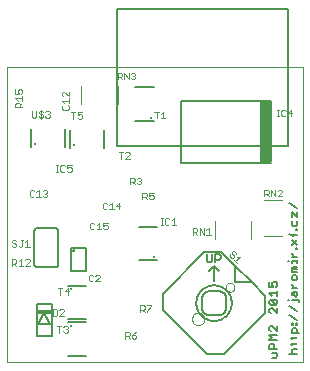
<source format=gto>
G75*
G70*
%OFA0B0*%
%FSLAX24Y24*%
%IPPOS*%
%LPD*%
%AMOC8*
5,1,8,0,0,1.08239X$1,22.5*
%
%ADD10C,0.0000*%
%ADD11C,0.0070*%
%ADD12C,0.0080*%
%ADD13C,0.0060*%
%ADD14C,0.0020*%
%ADD15C,0.0050*%
%ADD16C,0.0079*%
%ADD17R,0.0384X0.2047*%
%ADD18C,0.0040*%
%ADD19R,0.0500X0.0140*%
D10*
X000841Y000938D02*
X000841Y010780D01*
X010684Y010780D01*
X010684Y000938D01*
X000841Y000938D01*
X006995Y002377D02*
X006997Y002405D01*
X007003Y002433D01*
X007012Y002459D01*
X007025Y002485D01*
X007041Y002508D01*
X007061Y002528D01*
X007083Y002546D01*
X007107Y002561D01*
X007133Y002572D01*
X007160Y002580D01*
X007188Y002584D01*
X007216Y002584D01*
X007244Y002580D01*
X007271Y002572D01*
X007297Y002561D01*
X007321Y002546D01*
X007343Y002528D01*
X007363Y002508D01*
X007379Y002485D01*
X007392Y002459D01*
X007401Y002433D01*
X007407Y002405D01*
X007409Y002377D01*
X007407Y002349D01*
X007401Y002321D01*
X007392Y002295D01*
X007379Y002269D01*
X007363Y002246D01*
X007343Y002226D01*
X007321Y002208D01*
X007297Y002193D01*
X007271Y002182D01*
X007244Y002174D01*
X007216Y002170D01*
X007188Y002170D01*
X007160Y002174D01*
X007133Y002182D01*
X007107Y002193D01*
X007083Y002208D01*
X007061Y002226D01*
X007041Y002246D01*
X007025Y002269D01*
X007012Y002295D01*
X007003Y002321D01*
X006997Y002349D01*
X006995Y002377D01*
X008112Y003435D02*
X008114Y003459D01*
X008120Y003482D01*
X008129Y003504D01*
X008142Y003524D01*
X008157Y003542D01*
X008176Y003557D01*
X008197Y003569D01*
X008219Y003577D01*
X008242Y003582D01*
X008266Y003583D01*
X008290Y003580D01*
X008312Y003573D01*
X008334Y003563D01*
X008354Y003550D01*
X008371Y003533D01*
X008385Y003514D01*
X008396Y003493D01*
X008404Y003470D01*
X008408Y003447D01*
X008408Y003423D01*
X008404Y003400D01*
X008396Y003377D01*
X008385Y003356D01*
X008371Y003337D01*
X008354Y003320D01*
X008334Y003307D01*
X008312Y003297D01*
X008290Y003290D01*
X008266Y003287D01*
X008242Y003288D01*
X008219Y003293D01*
X008197Y003301D01*
X008176Y003313D01*
X008157Y003328D01*
X008142Y003346D01*
X008129Y003366D01*
X008120Y003388D01*
X008114Y003411D01*
X008112Y003435D01*
D11*
X009572Y003448D02*
X009697Y003448D01*
X009655Y003532D01*
X009655Y003573D01*
X009697Y003615D01*
X009780Y003615D01*
X009822Y003573D01*
X009822Y003490D01*
X009780Y003448D01*
X009822Y003320D02*
X009822Y003154D01*
X009822Y003237D02*
X009572Y003237D01*
X009655Y003154D01*
X009614Y003026D02*
X009780Y002859D01*
X009822Y002901D01*
X009822Y002984D01*
X009780Y003026D01*
X009614Y003026D01*
X009572Y002984D01*
X009572Y002901D01*
X009614Y002859D01*
X009780Y002859D01*
X009822Y002731D02*
X009822Y002564D01*
X009655Y002731D01*
X009614Y002731D01*
X009572Y002689D01*
X009572Y002606D01*
X009614Y002564D01*
X009614Y002142D02*
X009572Y002100D01*
X009572Y002017D01*
X009614Y001975D01*
X009572Y001847D02*
X009822Y001847D01*
X009822Y001975D02*
X009655Y002142D01*
X009614Y002142D01*
X009822Y002142D02*
X009822Y001975D01*
X009655Y001764D02*
X009572Y001847D01*
X009655Y001764D02*
X009572Y001680D01*
X009822Y001680D01*
X009697Y001552D02*
X009739Y001511D01*
X009739Y001386D01*
X009822Y001386D02*
X009572Y001386D01*
X009572Y001511D01*
X009614Y001552D01*
X009697Y001552D01*
X009655Y001258D02*
X009822Y001258D01*
X009822Y001133D01*
X009780Y001091D01*
X009655Y001091D01*
X010241Y001209D02*
X010491Y001209D01*
X010366Y001209D02*
X010325Y001251D01*
X010325Y001334D01*
X010366Y001376D01*
X010491Y001376D01*
X010450Y001545D02*
X010283Y001545D01*
X010325Y001504D02*
X010325Y001587D01*
X010325Y001700D02*
X010325Y001784D01*
X010283Y001742D02*
X010450Y001742D01*
X010491Y001784D01*
X010491Y001897D02*
X010491Y002022D01*
X010450Y002063D01*
X010366Y002063D01*
X010325Y002022D01*
X010325Y001897D01*
X010575Y001897D01*
X010491Y001587D02*
X010450Y001545D01*
X010450Y002191D02*
X010491Y002191D01*
X010491Y002233D01*
X010450Y002233D01*
X010450Y002191D01*
X010366Y002191D02*
X010325Y002191D01*
X010325Y002233D01*
X010366Y002233D01*
X010366Y002191D01*
X010491Y002339D02*
X010241Y002505D01*
X010491Y002633D02*
X010241Y002800D01*
X010241Y003011D02*
X010199Y003011D01*
X010325Y003011D02*
X010533Y003011D01*
X010575Y002970D01*
X010575Y002928D01*
X010450Y003124D02*
X010408Y003166D01*
X010408Y003291D01*
X010366Y003291D02*
X010491Y003291D01*
X010491Y003166D01*
X010450Y003124D01*
X010325Y003166D02*
X010325Y003249D01*
X010366Y003291D01*
X010325Y003419D02*
X010491Y003419D01*
X010408Y003419D02*
X010325Y003502D01*
X010325Y003544D01*
X010366Y003664D02*
X010325Y003706D01*
X010325Y003790D01*
X010366Y003831D01*
X010450Y003831D01*
X010491Y003790D01*
X010491Y003706D01*
X010450Y003664D01*
X010366Y003664D01*
X010325Y003959D02*
X010325Y004001D01*
X010366Y004043D01*
X010325Y004084D01*
X010366Y004126D01*
X010491Y004126D01*
X010491Y004043D02*
X010366Y004043D01*
X010325Y003959D02*
X010491Y003959D01*
X010491Y004254D02*
X010491Y004337D01*
X010491Y004295D02*
X010325Y004295D01*
X010325Y004254D01*
X010241Y004295D02*
X010199Y004295D01*
X010325Y004450D02*
X010491Y004450D01*
X010408Y004450D02*
X010325Y004534D01*
X010325Y004575D01*
X010450Y004696D02*
X010450Y004737D01*
X010491Y004737D01*
X010491Y004696D01*
X010450Y004696D01*
X010491Y004843D02*
X010325Y005010D01*
X010366Y005138D02*
X010366Y005221D01*
X010283Y005179D02*
X010241Y005221D01*
X010283Y005179D02*
X010491Y005179D01*
X010491Y005334D02*
X010450Y005334D01*
X010450Y005376D01*
X010491Y005376D01*
X010491Y005334D01*
X010450Y005482D02*
X010491Y005523D01*
X010491Y005648D01*
X010491Y005776D02*
X010491Y005943D01*
X010491Y006071D02*
X010241Y006238D01*
X010325Y005943D02*
X010491Y005776D01*
X010325Y005776D02*
X010325Y005943D01*
X010325Y005648D02*
X010325Y005523D01*
X010366Y005482D01*
X010450Y005482D01*
X010491Y005010D02*
X010325Y004843D01*
X009572Y003615D02*
X009572Y003448D01*
D12*
X009443Y003143D02*
X009443Y002586D01*
X008051Y001194D01*
X007494Y001194D01*
X006019Y002670D01*
X006019Y003226D01*
X007411Y004618D01*
X007968Y004618D01*
X008427Y004159D01*
X008984Y003602D01*
X008427Y003602D01*
X008427Y004159D01*
X008984Y003602D02*
X009443Y003143D01*
X008121Y003099D02*
X008121Y002713D01*
X008119Y002687D01*
X008114Y002662D01*
X008106Y002638D01*
X008095Y002614D01*
X008080Y002593D01*
X008063Y002574D01*
X008044Y002557D01*
X008023Y002542D01*
X007999Y002531D01*
X007975Y002523D01*
X007950Y002518D01*
X007924Y002516D01*
X007924Y002517D02*
X007538Y002517D01*
X007538Y002516D02*
X007512Y002518D01*
X007487Y002523D01*
X007463Y002531D01*
X007440Y002542D01*
X007418Y002557D01*
X007399Y002574D01*
X007382Y002593D01*
X007367Y002615D01*
X007356Y002638D01*
X007348Y002662D01*
X007343Y002687D01*
X007341Y002713D01*
X007341Y003099D01*
X007343Y003125D01*
X007348Y003150D01*
X007356Y003174D01*
X007367Y003198D01*
X007382Y003219D01*
X007399Y003238D01*
X007418Y003255D01*
X007440Y003270D01*
X007463Y003281D01*
X007487Y003289D01*
X007512Y003294D01*
X007538Y003296D01*
X007924Y003296D01*
X007950Y003294D01*
X007975Y003289D01*
X007999Y003281D01*
X008023Y003270D01*
X008044Y003255D01*
X008063Y003238D01*
X008080Y003219D01*
X008095Y003198D01*
X008106Y003174D01*
X008114Y003150D01*
X008119Y003125D01*
X008121Y003099D01*
X007140Y002906D02*
X007142Y002954D01*
X007148Y003002D01*
X007158Y003049D01*
X007171Y003095D01*
X007189Y003140D01*
X007209Y003184D01*
X007234Y003226D01*
X007262Y003265D01*
X007292Y003302D01*
X007326Y003336D01*
X007363Y003368D01*
X007401Y003397D01*
X007442Y003422D01*
X007485Y003444D01*
X007530Y003462D01*
X007576Y003476D01*
X007623Y003487D01*
X007671Y003494D01*
X007719Y003497D01*
X007767Y003496D01*
X007815Y003491D01*
X007863Y003482D01*
X007909Y003470D01*
X007954Y003453D01*
X007998Y003433D01*
X008040Y003410D01*
X008080Y003383D01*
X008118Y003353D01*
X008153Y003320D01*
X008185Y003284D01*
X008215Y003246D01*
X008241Y003205D01*
X008263Y003162D01*
X008283Y003118D01*
X008298Y003073D01*
X008310Y003026D01*
X008318Y002978D01*
X008322Y002930D01*
X008322Y002882D01*
X008318Y002834D01*
X008310Y002786D01*
X008298Y002739D01*
X008283Y002694D01*
X008263Y002650D01*
X008241Y002607D01*
X008215Y002566D01*
X008185Y002528D01*
X008153Y002492D01*
X008118Y002459D01*
X008080Y002429D01*
X008040Y002402D01*
X007998Y002379D01*
X007954Y002359D01*
X007909Y002342D01*
X007863Y002330D01*
X007815Y002321D01*
X007767Y002316D01*
X007719Y002315D01*
X007671Y002318D01*
X007623Y002325D01*
X007576Y002336D01*
X007530Y002350D01*
X007485Y002368D01*
X007442Y002390D01*
X007401Y002415D01*
X007363Y002444D01*
X007326Y002476D01*
X007292Y002510D01*
X007262Y002547D01*
X007234Y002586D01*
X007209Y002628D01*
X007189Y002672D01*
X007171Y002717D01*
X007158Y002763D01*
X007148Y002810D01*
X007142Y002858D01*
X007140Y002906D01*
X007731Y003630D02*
X007731Y004131D01*
X007564Y003964D01*
X007731Y004131D02*
X007898Y003964D01*
X006629Y007591D02*
X009621Y007591D01*
X009621Y009639D02*
X006629Y009639D01*
X006629Y007591D01*
D13*
X005724Y008984D02*
X005109Y008984D01*
X004063Y008678D02*
X004063Y008063D01*
X002943Y008063D02*
X002943Y008678D01*
X002763Y008718D02*
X002763Y008103D01*
X001643Y008103D02*
X001643Y008718D01*
X001841Y005407D02*
X002441Y005407D01*
X002458Y005405D01*
X002475Y005401D01*
X002491Y005394D01*
X002505Y005384D01*
X002518Y005371D01*
X002528Y005357D01*
X002535Y005341D01*
X002539Y005324D01*
X002541Y005307D01*
X002541Y004207D01*
X002539Y004190D01*
X002535Y004173D01*
X002528Y004157D01*
X002518Y004143D01*
X002505Y004130D01*
X002491Y004120D01*
X002475Y004113D01*
X002458Y004109D01*
X002441Y004107D01*
X001841Y004107D01*
X001824Y004109D01*
X001807Y004113D01*
X001791Y004120D01*
X001777Y004130D01*
X001764Y004143D01*
X001754Y004157D01*
X001747Y004173D01*
X001743Y004190D01*
X001741Y004207D01*
X001741Y005307D01*
X001743Y005324D01*
X001747Y005341D01*
X001754Y005357D01*
X001764Y005371D01*
X001777Y005384D01*
X001791Y005394D01*
X001807Y005401D01*
X001824Y005405D01*
X001841Y005407D01*
X002849Y003482D02*
X003464Y003482D01*
X003464Y002362D02*
X002849Y002362D01*
X002849Y002262D02*
X003464Y002262D01*
X003464Y001142D02*
X002849Y001142D01*
X005227Y004338D02*
X005842Y004338D01*
X005842Y005458D02*
X005227Y005458D01*
X007483Y004533D02*
X007483Y004316D01*
X007526Y004273D01*
X007613Y004273D01*
X007656Y004316D01*
X007656Y004533D01*
X007777Y004533D02*
X007907Y004533D01*
X007951Y004489D01*
X007951Y004403D01*
X007907Y004359D01*
X007777Y004359D01*
X007777Y004273D02*
X007777Y004533D01*
X005724Y010104D02*
X005109Y010104D01*
D14*
X005073Y010367D02*
X005000Y010367D01*
X004963Y010403D01*
X004889Y010367D02*
X004889Y010587D01*
X004963Y010550D02*
X005000Y010587D01*
X005073Y010587D01*
X005110Y010550D01*
X005110Y010514D01*
X005073Y010477D01*
X005110Y010440D01*
X005110Y010403D01*
X005073Y010367D01*
X005073Y010477D02*
X005037Y010477D01*
X004889Y010367D02*
X004742Y010587D01*
X004742Y010367D01*
X004668Y010367D02*
X004595Y010440D01*
X004632Y010440D02*
X004521Y010440D01*
X004521Y010367D02*
X004521Y010587D01*
X004632Y010587D01*
X004668Y010550D01*
X004668Y010477D01*
X004632Y010440D01*
X005739Y009282D02*
X005886Y009282D01*
X005812Y009282D02*
X005812Y009061D01*
X005960Y009061D02*
X006107Y009061D01*
X006033Y009061D02*
X006033Y009282D01*
X005960Y009208D01*
X004876Y007934D02*
X004803Y007934D01*
X004766Y007897D01*
X004692Y007934D02*
X004545Y007934D01*
X004619Y007934D02*
X004619Y007714D01*
X004766Y007714D02*
X004913Y007861D01*
X004913Y007897D01*
X004876Y007934D01*
X004913Y007714D02*
X004766Y007714D01*
X004932Y007087D02*
X005042Y007087D01*
X005079Y007051D01*
X005079Y006977D01*
X005042Y006941D01*
X004932Y006941D01*
X005005Y006941D02*
X005079Y006867D01*
X005153Y006904D02*
X005190Y006867D01*
X005263Y006867D01*
X005300Y006904D01*
X005300Y006941D01*
X005263Y006977D01*
X005226Y006977D01*
X005263Y006977D02*
X005300Y007014D01*
X005300Y007051D01*
X005263Y007087D01*
X005190Y007087D01*
X005153Y007051D01*
X004932Y007087D02*
X004932Y006867D01*
X005344Y006584D02*
X005454Y006584D01*
X005491Y006547D01*
X005491Y006473D01*
X005454Y006437D01*
X005344Y006437D01*
X005344Y006363D02*
X005344Y006584D01*
X005418Y006437D02*
X005491Y006363D01*
X005565Y006400D02*
X005602Y006363D01*
X005675Y006363D01*
X005712Y006400D01*
X005712Y006473D01*
X005675Y006510D01*
X005639Y006510D01*
X005565Y006473D01*
X005565Y006584D01*
X005712Y006584D01*
X005946Y005738D02*
X006019Y005738D01*
X005983Y005738D02*
X005983Y005518D01*
X006019Y005518D02*
X005946Y005518D01*
X006093Y005555D02*
X006130Y005518D01*
X006203Y005518D01*
X006240Y005555D01*
X006314Y005518D02*
X006461Y005518D01*
X006388Y005518D02*
X006388Y005738D01*
X006314Y005665D01*
X006240Y005702D02*
X006203Y005738D01*
X006130Y005738D01*
X006093Y005702D01*
X006093Y005555D01*
X007030Y005407D02*
X007030Y005187D01*
X007030Y005260D02*
X007140Y005260D01*
X007177Y005297D01*
X007177Y005370D01*
X007140Y005407D01*
X007030Y005407D01*
X007104Y005260D02*
X007177Y005187D01*
X007251Y005187D02*
X007251Y005407D01*
X007398Y005187D01*
X007398Y005407D01*
X007472Y005333D02*
X007545Y005407D01*
X007545Y005187D01*
X007472Y005187D02*
X007619Y005187D01*
X008251Y004529D02*
X008251Y004477D01*
X008303Y004425D01*
X008355Y004425D01*
X008381Y004451D01*
X008381Y004503D01*
X008329Y004555D01*
X008329Y004607D01*
X008355Y004632D01*
X008407Y004632D01*
X008459Y004581D01*
X008459Y004529D01*
X008485Y004450D02*
X008589Y004450D01*
X008433Y004295D01*
X008382Y004346D02*
X008485Y004243D01*
X009403Y006469D02*
X009403Y006689D01*
X009513Y006689D01*
X009550Y006653D01*
X009550Y006579D01*
X009513Y006542D01*
X009403Y006542D01*
X009477Y006542D02*
X009550Y006469D01*
X009624Y006469D02*
X009624Y006689D01*
X009771Y006469D01*
X009771Y006689D01*
X009845Y006653D02*
X009882Y006689D01*
X009955Y006689D01*
X009992Y006653D01*
X009992Y006616D01*
X009845Y006469D01*
X009992Y006469D01*
X010012Y009139D02*
X010085Y009139D01*
X010122Y009176D01*
X010196Y009249D02*
X010343Y009249D01*
X010306Y009139D02*
X010306Y009359D01*
X010196Y009249D01*
X010122Y009323D02*
X010085Y009359D01*
X010012Y009359D01*
X009975Y009323D01*
X009975Y009176D01*
X010012Y009139D01*
X009901Y009139D02*
X009828Y009139D01*
X009864Y009139D02*
X009864Y009359D01*
X009828Y009359D02*
X009901Y009359D01*
X004573Y006255D02*
X004573Y006035D01*
X004610Y006145D02*
X004463Y006145D01*
X004573Y006255D01*
X004389Y006035D02*
X004242Y006035D01*
X004315Y006035D02*
X004315Y006255D01*
X004242Y006181D01*
X004168Y006218D02*
X004131Y006255D01*
X004058Y006255D01*
X004021Y006218D01*
X004021Y006071D01*
X004058Y006035D01*
X004131Y006035D01*
X004168Y006071D01*
X004182Y005591D02*
X004035Y005591D01*
X004035Y005481D01*
X004109Y005518D01*
X004146Y005518D01*
X004182Y005481D01*
X004182Y005408D01*
X004146Y005371D01*
X004072Y005371D01*
X004035Y005408D01*
X003961Y005371D02*
X003814Y005371D01*
X003888Y005371D02*
X003888Y005591D01*
X003814Y005518D01*
X003740Y005555D02*
X003704Y005591D01*
X003630Y005591D01*
X003593Y005555D01*
X003593Y005408D01*
X003630Y005371D01*
X003704Y005371D01*
X003740Y005408D01*
X003812Y003859D02*
X003775Y003822D01*
X003812Y003859D02*
X003885Y003859D01*
X003922Y003822D01*
X003922Y003786D01*
X003775Y003639D01*
X003922Y003639D01*
X003701Y003675D02*
X003664Y003639D01*
X003591Y003639D01*
X003554Y003675D01*
X003554Y003822D01*
X003591Y003859D01*
X003664Y003859D01*
X003701Y003822D01*
X002861Y003405D02*
X002861Y003185D01*
X002897Y003295D02*
X002751Y003295D01*
X002861Y003405D01*
X002676Y003405D02*
X002530Y003405D01*
X002603Y003405D02*
X002603Y003185D01*
X002612Y002708D02*
X002576Y002671D01*
X002612Y002708D02*
X002686Y002708D01*
X002723Y002671D01*
X002723Y002635D01*
X002576Y002488D01*
X002723Y002488D01*
X002502Y002524D02*
X002502Y002671D01*
X002465Y002708D01*
X002355Y002708D01*
X002355Y002488D01*
X002465Y002488D01*
X002502Y002524D01*
X002490Y002145D02*
X002637Y002145D01*
X002564Y002145D02*
X002564Y001925D01*
X002711Y001962D02*
X002748Y001925D01*
X002821Y001925D01*
X002858Y001962D01*
X002858Y001998D01*
X002821Y002035D01*
X002785Y002035D01*
X002821Y002035D02*
X002858Y002072D01*
X002858Y002108D01*
X002821Y002145D01*
X002748Y002145D01*
X002711Y002108D01*
X001584Y004151D02*
X001437Y004151D01*
X001584Y004297D01*
X001584Y004334D01*
X001547Y004371D01*
X001474Y004371D01*
X001437Y004334D01*
X001289Y004371D02*
X001289Y004151D01*
X001216Y004151D02*
X001363Y004151D01*
X001216Y004297D02*
X001289Y004371D01*
X001142Y004334D02*
X001142Y004261D01*
X001105Y004224D01*
X000995Y004224D01*
X000995Y004151D02*
X000995Y004371D01*
X001105Y004371D01*
X001142Y004334D01*
X001068Y004224D02*
X001142Y004151D01*
X001106Y004785D02*
X001033Y004785D01*
X000996Y004822D01*
X001033Y004895D02*
X000996Y004932D01*
X000996Y004969D01*
X001033Y005006D01*
X001106Y005006D01*
X001143Y004969D01*
X001106Y004895D02*
X001143Y004859D01*
X001143Y004822D01*
X001106Y004785D01*
X001106Y004895D02*
X001033Y004895D01*
X001217Y004822D02*
X001254Y004785D01*
X001290Y004785D01*
X001327Y004822D01*
X001327Y005006D01*
X001290Y005006D02*
X001364Y005006D01*
X001438Y004932D02*
X001511Y005006D01*
X001511Y004785D01*
X001438Y004785D02*
X001585Y004785D01*
X001622Y006448D02*
X001586Y006485D01*
X001586Y006631D01*
X001622Y006668D01*
X001696Y006668D01*
X001732Y006631D01*
X001807Y006595D02*
X001880Y006668D01*
X001880Y006448D01*
X001807Y006448D02*
X001953Y006448D01*
X002028Y006485D02*
X002064Y006448D01*
X002138Y006448D01*
X002174Y006485D01*
X002174Y006521D01*
X002138Y006558D01*
X002101Y006558D01*
X002138Y006558D02*
X002174Y006595D01*
X002174Y006631D01*
X002138Y006668D01*
X002064Y006668D01*
X002028Y006631D01*
X001732Y006485D02*
X001696Y006448D01*
X001622Y006448D01*
X002464Y007288D02*
X002537Y007288D01*
X002500Y007288D02*
X002500Y007509D01*
X002464Y007509D02*
X002537Y007509D01*
X002611Y007472D02*
X002611Y007325D01*
X002648Y007288D01*
X002721Y007288D01*
X002758Y007325D01*
X002832Y007325D02*
X002869Y007288D01*
X002942Y007288D01*
X002979Y007325D01*
X002979Y007398D01*
X002942Y007435D01*
X002905Y007435D01*
X002832Y007398D01*
X002832Y007509D01*
X002979Y007509D01*
X002758Y007472D02*
X002721Y007509D01*
X002648Y007509D01*
X002611Y007472D01*
X003036Y009051D02*
X003036Y009271D01*
X002963Y009271D02*
X003110Y009271D01*
X003184Y009271D02*
X003184Y009161D01*
X003257Y009198D01*
X003294Y009198D01*
X003331Y009161D01*
X003331Y009088D01*
X003294Y009051D01*
X003220Y009051D01*
X003184Y009088D01*
X003184Y009271D02*
X003331Y009271D01*
X002890Y009396D02*
X002854Y009359D01*
X002707Y009359D01*
X002670Y009396D01*
X002670Y009469D01*
X002707Y009506D01*
X002744Y009580D02*
X002670Y009654D01*
X002890Y009654D01*
X002890Y009727D02*
X002890Y009580D01*
X002854Y009506D02*
X002890Y009469D01*
X002890Y009396D01*
X002890Y009801D02*
X002744Y009948D01*
X002707Y009948D01*
X002670Y009911D01*
X002670Y009838D01*
X002707Y009801D01*
X002890Y009801D02*
X002890Y009948D01*
X002252Y009274D02*
X002252Y009237D01*
X002216Y009200D01*
X002252Y009164D01*
X002252Y009127D01*
X002216Y009090D01*
X002142Y009090D01*
X002106Y009127D01*
X002031Y009127D02*
X001995Y009090D01*
X001921Y009090D01*
X001885Y009127D01*
X001810Y009127D02*
X001774Y009090D01*
X001700Y009090D01*
X001664Y009127D01*
X001664Y009311D01*
X001810Y009311D02*
X001810Y009127D01*
X001885Y009237D02*
X001885Y009274D01*
X001921Y009311D01*
X001995Y009311D01*
X002031Y009274D01*
X002106Y009274D02*
X002142Y009311D01*
X002216Y009311D01*
X002252Y009274D01*
X002216Y009200D02*
X002179Y009200D01*
X002031Y009164D02*
X001995Y009200D01*
X001921Y009200D01*
X001885Y009237D01*
X001958Y009347D02*
X001958Y009054D01*
X002031Y009127D02*
X002031Y009164D01*
X001329Y009438D02*
X001109Y009438D01*
X001109Y009548D01*
X001146Y009585D01*
X001219Y009585D01*
X001256Y009548D01*
X001256Y009438D01*
X001256Y009511D02*
X001329Y009585D01*
X001329Y009659D02*
X001329Y009806D01*
X001329Y009732D02*
X001109Y009732D01*
X001183Y009659D01*
X001219Y009880D02*
X001109Y009880D01*
X001109Y010027D01*
X001183Y009990D02*
X001219Y010027D01*
X001293Y010027D01*
X001329Y009990D01*
X001329Y009917D01*
X001293Y009880D01*
X001219Y009880D02*
X001183Y009953D01*
X001183Y009990D01*
X005266Y002830D02*
X005376Y002830D01*
X005412Y002793D01*
X005412Y002720D01*
X005376Y002683D01*
X005266Y002683D01*
X005339Y002683D02*
X005412Y002609D01*
X005487Y002609D02*
X005487Y002646D01*
X005633Y002793D01*
X005633Y002830D01*
X005487Y002830D01*
X005266Y002830D02*
X005266Y002609D01*
X005142Y001944D02*
X005069Y001907D01*
X004996Y001834D01*
X005106Y001834D01*
X005142Y001797D01*
X005142Y001760D01*
X005106Y001723D01*
X005032Y001723D01*
X004996Y001760D01*
X004996Y001834D01*
X004921Y001834D02*
X004885Y001797D01*
X004775Y001797D01*
X004848Y001797D02*
X004921Y001723D01*
X004921Y001834D02*
X004921Y001907D01*
X004885Y001944D01*
X004775Y001944D01*
X004775Y001723D01*
D15*
X003459Y003969D02*
X002948Y003969D01*
X002948Y004757D01*
X003046Y004757D01*
X003046Y004639D01*
X002967Y004639D01*
X003046Y004757D02*
X003459Y004757D01*
X003459Y003969D01*
X002312Y002876D02*
X001812Y002876D01*
X001812Y001804D01*
X002312Y001804D01*
X002312Y002876D01*
X002062Y002589D02*
X001874Y002214D01*
X002249Y002214D01*
X002062Y002589D01*
X004483Y008143D02*
X004483Y012709D01*
X010192Y012709D01*
X010192Y008143D01*
X004483Y008143D01*
D16*
X005613Y009091D03*
X003050Y008174D03*
X001751Y008213D03*
X005731Y004446D03*
X002959Y003375D03*
X002959Y002154D03*
D17*
X009468Y008615D03*
D18*
X009404Y006351D02*
X009995Y006351D01*
X008971Y005643D02*
X008971Y005052D01*
X009404Y005131D02*
X009995Y005131D01*
X007751Y005052D02*
X007751Y005643D01*
X004522Y009540D02*
X004522Y010131D01*
X003302Y010131D02*
X003302Y009540D01*
D19*
X002062Y002614D03*
M02*

</source>
